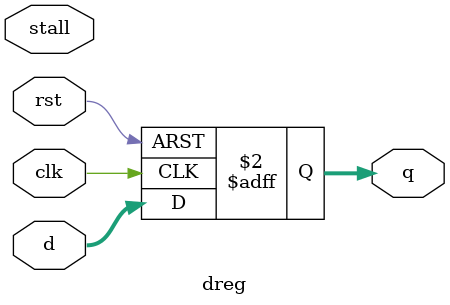
<source format=v>
module dreg # (parameter WIDTH = 32) (
        input  wire             clk,
        input  wire             rst,
        input  wire             stall,
        input  wire [WIDTH-1:0] d,
        output reg  [WIDTH-1:0] q
    );

    always @ (posedge clk, posedge rst) begin
        if (rst) q <= 0;
        else //if (!stall)
            q <= d;
    end
endmodule
</source>
